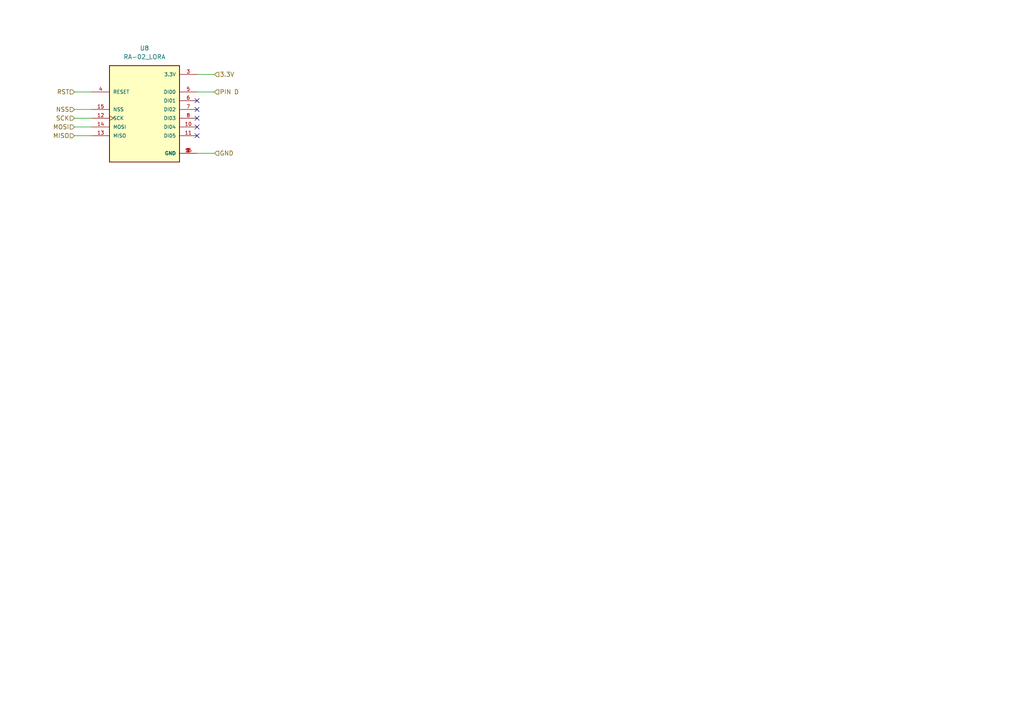
<source format=kicad_sch>
(kicad_sch (version 20231120) (generator "eeschema") (generator_version "8.0")
  (paper "A4")
  (lib_symbols
    (symbol "RA-02_LORA:RA-02_LORA" (pin_names (offset 1.016))
      (property "Reference" "U" (at -10.16 16.51 0))
      (property "Value" "RA-02_LORA" (at -10.16 -13.97 0))
      (symbol "RA-02_LORA_0_0"
        (rectangle (start -10.16 -12.7) (end 10.16 15.24) (stroke (width 0.254)) (fill (type background)))
        (pin power_in line (at 15.24 -10.16 180) (length 5.08) (name "GND") (number "1"))
        (pin bidirectional line (at 15.24 -2.54 180) (length 5.08) (name "DI04") (number "10"))
        (pin bidirectional line (at 15.24 -5.08 180) (length 5.08) (name "DI05") (number "11"))
        (pin input clock (at -15.24 0 0) (length 5.08) (name "SCK") (number "12"))
        (pin output line (at -15.24 -5.08 0) (length 5.08) (name "MISO") (number "13"))
        (pin input line (at -15.24 -2.54 0) (length 5.08) (name "MOSI") (number "14"))
        (pin input line (at -15.24 2.54 0) (length 5.08) (name "NSS") (number "15"))
        (pin power_in line (at 15.24 -10.16 180) (length 5.08) (name "GND") (number "16"))
        (pin power_in line (at 15.24 -10.16 180) (length 5.08) (name "GND") (number "2"))
        (pin power_in line (at 15.24 12.7 180) (length 5.08) (name "3.3V") (number "3"))
        (pin input line (at -15.24 7.62 0) (length 5.08) (name "RESET") (number "4"))
        (pin bidirectional line (at 15.24 7.62 180) (length 5.08) (name "DI00") (number "5"))
        (pin bidirectional line (at 15.24 5.08 180) (length 5.08) (name "DI01") (number "6"))
        (pin bidirectional line (at 15.24 2.54 180) (length 5.08) (name "DI02") (number "7"))
        (pin bidirectional line (at 15.24 0 180) (length 5.08) (name "DI03") (number "8"))
        (pin power_in line (at 15.24 -10.16 180) (length 5.08) (name "GND") (number "9"))
      )
    )
  )
  (no_connect (at 57.15 31.75))
  (no_connect (at 57.15 39.37))
  (no_connect (at 57.15 34.29))
  (no_connect (at 57.15 36.83))
  (no_connect (at 57.15 29.21))
  (wire (pts (xy 57.15 21.59) (xy 62.23 21.59)))
  (wire (pts (xy 21.59 26.67) (xy 26.67 26.67)))
  (wire (pts (xy 57.15 44.45) (xy 62.23 44.45)))
  (wire (pts (xy 21.59 34.29) (xy 26.67 34.29)))
  (wire (pts (xy 21.59 31.75) (xy 26.67 31.75)))
  (wire (pts (xy 57.15 26.67) (xy 62.23 26.67)))
  (wire (pts (xy 21.59 39.37) (xy 26.67 39.37)))
  (wire (pts (xy 21.59 36.83) (xy 26.67 36.83)))
  (hierarchical_label "3.3V" (shape input) (at 62.23 21.59 0))
  (hierarchical_label "GND" (shape input) (at 62.23 44.45 0))
  (hierarchical_label "MISO" (shape input) (at 21.59 39.37 180))
  (hierarchical_label "SCK" (shape input) (at 21.59 34.29 180))
  (hierarchical_label "PIN D" (shape input) (at 62.23 26.67 0))
  (hierarchical_label "NSS" (shape input) (at 21.59 31.75 180))
  (hierarchical_label "MOSI" (shape input) (at 21.59 36.83 180))
  (hierarchical_label "RST" (shape input) (at 21.59 26.67 180))
  (symbol (lib_id "RA-02_LORA:RA-02_LORA") (at 41.91 34.29 0) (unit 1)
    (property "Reference" "U8" (at 41.91 13.97 0))
    (property "Value" "RA-02_LORA" (at 41.91 16.51 0))
    (property "Footprint" "RA-02_LORA:MODULE_RA-02_LORA" (effects (hide yes)))
    (property "MF" "AI-Thinker" (effects (hide yes)))
    (property "MAXIMUM_PACKAGE_HEIGHT" "3.3mm" (effects (hide yes)))
    (property "Package" "None" (effects (hide yes)))
    (property "Price" "None" (effects (hide yes)))
    (property "Check_prices" "https://www.snapeda.com/parts/Ra-02%20LoRa/AI-Thinker/view-part/?ref=eda" (effects (hide yes)))
    (property "STANDARD" "Manufacturer Recommendations" (effects (hide yes)))
    (property "PARTREV" "2018/03/02" (effects (hide yes)))
    (property "SnapEDA_Link" "https://www.snapeda.com/parts/Ra-02%20LoRa/AI-Thinker/view-part/?ref=snap" (effects (hide yes)))
    (property "MP" "Ra-02 LoRa" (effects (hide yes)))
    (property "Description_1" "\nRa-02 LoRa RF M5Stack Platform Evaluation Expansion Board\n" (effects (hide yes)))
    (property "Availability" "Not in stock" (effects (hide yes)))
    (property "MANUFACTURER" "Ai-Thinker" (effects (hide yes)))
  )
)
</source>
